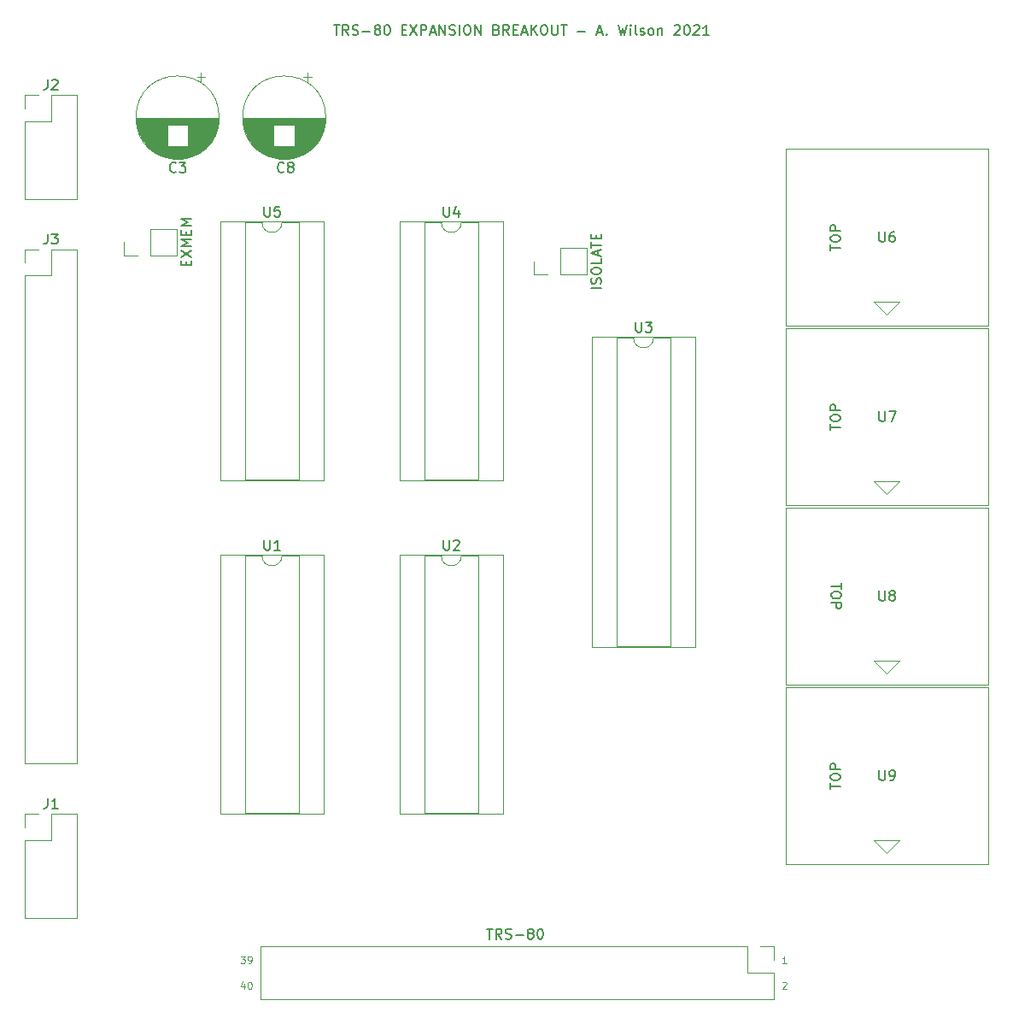
<source format=gbr>
%TF.GenerationSoftware,KiCad,Pcbnew,(5.1.9)-1*%
%TF.CreationDate,2021-06-06T15:03:33-04:00*%
%TF.ProjectId,main,6d61696e-2e6b-4696-9361-645f70636258,rev?*%
%TF.SameCoordinates,Original*%
%TF.FileFunction,Legend,Top*%
%TF.FilePolarity,Positive*%
%FSLAX46Y46*%
G04 Gerber Fmt 4.6, Leading zero omitted, Abs format (unit mm)*
G04 Created by KiCad (PCBNEW (5.1.9)-1) date 2021-06-06 15:03:33*
%MOMM*%
%LPD*%
G01*
G04 APERTURE LIST*
%ADD10C,0.200000*%
%ADD11C,0.100000*%
%ADD12C,0.120000*%
%ADD13C,0.150000*%
G04 APERTURE END LIST*
D10*
X51842142Y-22312380D02*
X52413571Y-22312380D01*
X52127857Y-23312380D02*
X52127857Y-22312380D01*
X53318333Y-23312380D02*
X52985000Y-22836190D01*
X52746904Y-23312380D02*
X52746904Y-22312380D01*
X53127857Y-22312380D01*
X53223095Y-22360000D01*
X53270714Y-22407619D01*
X53318333Y-22502857D01*
X53318333Y-22645714D01*
X53270714Y-22740952D01*
X53223095Y-22788571D01*
X53127857Y-22836190D01*
X52746904Y-22836190D01*
X53699285Y-23264761D02*
X53842142Y-23312380D01*
X54080238Y-23312380D01*
X54175476Y-23264761D01*
X54223095Y-23217142D01*
X54270714Y-23121904D01*
X54270714Y-23026666D01*
X54223095Y-22931428D01*
X54175476Y-22883809D01*
X54080238Y-22836190D01*
X53889761Y-22788571D01*
X53794523Y-22740952D01*
X53746904Y-22693333D01*
X53699285Y-22598095D01*
X53699285Y-22502857D01*
X53746904Y-22407619D01*
X53794523Y-22360000D01*
X53889761Y-22312380D01*
X54127857Y-22312380D01*
X54270714Y-22360000D01*
X54699285Y-22931428D02*
X55461190Y-22931428D01*
X56080238Y-22740952D02*
X55985000Y-22693333D01*
X55937380Y-22645714D01*
X55889761Y-22550476D01*
X55889761Y-22502857D01*
X55937380Y-22407619D01*
X55985000Y-22360000D01*
X56080238Y-22312380D01*
X56270714Y-22312380D01*
X56365952Y-22360000D01*
X56413571Y-22407619D01*
X56461190Y-22502857D01*
X56461190Y-22550476D01*
X56413571Y-22645714D01*
X56365952Y-22693333D01*
X56270714Y-22740952D01*
X56080238Y-22740952D01*
X55985000Y-22788571D01*
X55937380Y-22836190D01*
X55889761Y-22931428D01*
X55889761Y-23121904D01*
X55937380Y-23217142D01*
X55985000Y-23264761D01*
X56080238Y-23312380D01*
X56270714Y-23312380D01*
X56365952Y-23264761D01*
X56413571Y-23217142D01*
X56461190Y-23121904D01*
X56461190Y-22931428D01*
X56413571Y-22836190D01*
X56365952Y-22788571D01*
X56270714Y-22740952D01*
X57080238Y-22312380D02*
X57175476Y-22312380D01*
X57270714Y-22360000D01*
X57318333Y-22407619D01*
X57365952Y-22502857D01*
X57413571Y-22693333D01*
X57413571Y-22931428D01*
X57365952Y-23121904D01*
X57318333Y-23217142D01*
X57270714Y-23264761D01*
X57175476Y-23312380D01*
X57080238Y-23312380D01*
X56985000Y-23264761D01*
X56937380Y-23217142D01*
X56889761Y-23121904D01*
X56842142Y-22931428D01*
X56842142Y-22693333D01*
X56889761Y-22502857D01*
X56937380Y-22407619D01*
X56985000Y-22360000D01*
X57080238Y-22312380D01*
X58604047Y-22788571D02*
X58937380Y-22788571D01*
X59080238Y-23312380D02*
X58604047Y-23312380D01*
X58604047Y-22312380D01*
X59080238Y-22312380D01*
X59413571Y-22312380D02*
X60080238Y-23312380D01*
X60080238Y-22312380D02*
X59413571Y-23312380D01*
X60461190Y-23312380D02*
X60461190Y-22312380D01*
X60842142Y-22312380D01*
X60937380Y-22360000D01*
X60985000Y-22407619D01*
X61032619Y-22502857D01*
X61032619Y-22645714D01*
X60985000Y-22740952D01*
X60937380Y-22788571D01*
X60842142Y-22836190D01*
X60461190Y-22836190D01*
X61413571Y-23026666D02*
X61889761Y-23026666D01*
X61318333Y-23312380D02*
X61651666Y-22312380D01*
X61985000Y-23312380D01*
X62318333Y-23312380D02*
X62318333Y-22312380D01*
X62889761Y-23312380D01*
X62889761Y-22312380D01*
X63318333Y-23264761D02*
X63461190Y-23312380D01*
X63699285Y-23312380D01*
X63794523Y-23264761D01*
X63842142Y-23217142D01*
X63889761Y-23121904D01*
X63889761Y-23026666D01*
X63842142Y-22931428D01*
X63794523Y-22883809D01*
X63699285Y-22836190D01*
X63508809Y-22788571D01*
X63413571Y-22740952D01*
X63365952Y-22693333D01*
X63318333Y-22598095D01*
X63318333Y-22502857D01*
X63365952Y-22407619D01*
X63413571Y-22360000D01*
X63508809Y-22312380D01*
X63746904Y-22312380D01*
X63889761Y-22360000D01*
X64318333Y-23312380D02*
X64318333Y-22312380D01*
X64985000Y-22312380D02*
X65175476Y-22312380D01*
X65270714Y-22360000D01*
X65365952Y-22455238D01*
X65413571Y-22645714D01*
X65413571Y-22979047D01*
X65365952Y-23169523D01*
X65270714Y-23264761D01*
X65175476Y-23312380D01*
X64985000Y-23312380D01*
X64889761Y-23264761D01*
X64794523Y-23169523D01*
X64746904Y-22979047D01*
X64746904Y-22645714D01*
X64794523Y-22455238D01*
X64889761Y-22360000D01*
X64985000Y-22312380D01*
X65842142Y-23312380D02*
X65842142Y-22312380D01*
X66413571Y-23312380D01*
X66413571Y-22312380D01*
X67985000Y-22788571D02*
X68127857Y-22836190D01*
X68175476Y-22883809D01*
X68223095Y-22979047D01*
X68223095Y-23121904D01*
X68175476Y-23217142D01*
X68127857Y-23264761D01*
X68032619Y-23312380D01*
X67651666Y-23312380D01*
X67651666Y-22312380D01*
X67985000Y-22312380D01*
X68080238Y-22360000D01*
X68127857Y-22407619D01*
X68175476Y-22502857D01*
X68175476Y-22598095D01*
X68127857Y-22693333D01*
X68080238Y-22740952D01*
X67985000Y-22788571D01*
X67651666Y-22788571D01*
X69223095Y-23312380D02*
X68889761Y-22836190D01*
X68651666Y-23312380D02*
X68651666Y-22312380D01*
X69032619Y-22312380D01*
X69127857Y-22360000D01*
X69175476Y-22407619D01*
X69223095Y-22502857D01*
X69223095Y-22645714D01*
X69175476Y-22740952D01*
X69127857Y-22788571D01*
X69032619Y-22836190D01*
X68651666Y-22836190D01*
X69651666Y-22788571D02*
X69985000Y-22788571D01*
X70127857Y-23312380D02*
X69651666Y-23312380D01*
X69651666Y-22312380D01*
X70127857Y-22312380D01*
X70508809Y-23026666D02*
X70985000Y-23026666D01*
X70413571Y-23312380D02*
X70746904Y-22312380D01*
X71080238Y-23312380D01*
X71413571Y-23312380D02*
X71413571Y-22312380D01*
X71985000Y-23312380D02*
X71556428Y-22740952D01*
X71985000Y-22312380D02*
X71413571Y-22883809D01*
X72604047Y-22312380D02*
X72794523Y-22312380D01*
X72889761Y-22360000D01*
X72985000Y-22455238D01*
X73032619Y-22645714D01*
X73032619Y-22979047D01*
X72985000Y-23169523D01*
X72889761Y-23264761D01*
X72794523Y-23312380D01*
X72604047Y-23312380D01*
X72508809Y-23264761D01*
X72413571Y-23169523D01*
X72365952Y-22979047D01*
X72365952Y-22645714D01*
X72413571Y-22455238D01*
X72508809Y-22360000D01*
X72604047Y-22312380D01*
X73461190Y-22312380D02*
X73461190Y-23121904D01*
X73508809Y-23217142D01*
X73556428Y-23264761D01*
X73651666Y-23312380D01*
X73842142Y-23312380D01*
X73937380Y-23264761D01*
X73985000Y-23217142D01*
X74032619Y-23121904D01*
X74032619Y-22312380D01*
X74365952Y-22312380D02*
X74937380Y-22312380D01*
X74651666Y-23312380D02*
X74651666Y-22312380D01*
X76032619Y-22931428D02*
X76794523Y-22931428D01*
X77985000Y-23026666D02*
X78461190Y-23026666D01*
X77889761Y-23312380D02*
X78223095Y-22312380D01*
X78556428Y-23312380D01*
X78889761Y-23217142D02*
X78937380Y-23264761D01*
X78889761Y-23312380D01*
X78842142Y-23264761D01*
X78889761Y-23217142D01*
X78889761Y-23312380D01*
X80032619Y-22312380D02*
X80270714Y-23312380D01*
X80461190Y-22598095D01*
X80651666Y-23312380D01*
X80889761Y-22312380D01*
X81270714Y-23312380D02*
X81270714Y-22645714D01*
X81270714Y-22312380D02*
X81223095Y-22360000D01*
X81270714Y-22407619D01*
X81318333Y-22360000D01*
X81270714Y-22312380D01*
X81270714Y-22407619D01*
X81889761Y-23312380D02*
X81794523Y-23264761D01*
X81746904Y-23169523D01*
X81746904Y-22312380D01*
X82223095Y-23264761D02*
X82318333Y-23312380D01*
X82508809Y-23312380D01*
X82604047Y-23264761D01*
X82651666Y-23169523D01*
X82651666Y-23121904D01*
X82604047Y-23026666D01*
X82508809Y-22979047D01*
X82365952Y-22979047D01*
X82270714Y-22931428D01*
X82223095Y-22836190D01*
X82223095Y-22788571D01*
X82270714Y-22693333D01*
X82365952Y-22645714D01*
X82508809Y-22645714D01*
X82604047Y-22693333D01*
X83223095Y-23312380D02*
X83127857Y-23264761D01*
X83080238Y-23217142D01*
X83032619Y-23121904D01*
X83032619Y-22836190D01*
X83080238Y-22740952D01*
X83127857Y-22693333D01*
X83223095Y-22645714D01*
X83365952Y-22645714D01*
X83461190Y-22693333D01*
X83508809Y-22740952D01*
X83556428Y-22836190D01*
X83556428Y-23121904D01*
X83508809Y-23217142D01*
X83461190Y-23264761D01*
X83365952Y-23312380D01*
X83223095Y-23312380D01*
X83985000Y-22645714D02*
X83985000Y-23312380D01*
X83985000Y-22740952D02*
X84032619Y-22693333D01*
X84127857Y-22645714D01*
X84270714Y-22645714D01*
X84365952Y-22693333D01*
X84413571Y-22788571D01*
X84413571Y-23312380D01*
X85604047Y-22407619D02*
X85651666Y-22360000D01*
X85746904Y-22312380D01*
X85985000Y-22312380D01*
X86080238Y-22360000D01*
X86127857Y-22407619D01*
X86175476Y-22502857D01*
X86175476Y-22598095D01*
X86127857Y-22740952D01*
X85556428Y-23312380D01*
X86175476Y-23312380D01*
X86794523Y-22312380D02*
X86889761Y-22312380D01*
X86985000Y-22360000D01*
X87032619Y-22407619D01*
X87080238Y-22502857D01*
X87127857Y-22693333D01*
X87127857Y-22931428D01*
X87080238Y-23121904D01*
X87032619Y-23217142D01*
X86985000Y-23264761D01*
X86889761Y-23312380D01*
X86794523Y-23312380D01*
X86699285Y-23264761D01*
X86651666Y-23217142D01*
X86604047Y-23121904D01*
X86556428Y-22931428D01*
X86556428Y-22693333D01*
X86604047Y-22502857D01*
X86651666Y-22407619D01*
X86699285Y-22360000D01*
X86794523Y-22312380D01*
X87508809Y-22407619D02*
X87556428Y-22360000D01*
X87651666Y-22312380D01*
X87889761Y-22312380D01*
X87985000Y-22360000D01*
X88032619Y-22407619D01*
X88080238Y-22502857D01*
X88080238Y-22598095D01*
X88032619Y-22740952D01*
X87461190Y-23312380D01*
X88080238Y-23312380D01*
X89032619Y-23312380D02*
X88461190Y-23312380D01*
X88746904Y-23312380D02*
X88746904Y-22312380D01*
X88651666Y-22455238D01*
X88556428Y-22550476D01*
X88461190Y-22598095D01*
D11*
X42980000Y-117325000D02*
X42980000Y-117791666D01*
X42813333Y-117058333D02*
X42646666Y-117558333D01*
X43080000Y-117558333D01*
X43480000Y-117091666D02*
X43546666Y-117091666D01*
X43613333Y-117125000D01*
X43646666Y-117158333D01*
X43680000Y-117225000D01*
X43713333Y-117358333D01*
X43713333Y-117525000D01*
X43680000Y-117658333D01*
X43646666Y-117725000D01*
X43613333Y-117758333D01*
X43546666Y-117791666D01*
X43480000Y-117791666D01*
X43413333Y-117758333D01*
X43380000Y-117725000D01*
X43346666Y-117658333D01*
X43313333Y-117525000D01*
X43313333Y-117358333D01*
X43346666Y-117225000D01*
X43380000Y-117158333D01*
X43413333Y-117125000D01*
X43480000Y-117091666D01*
X42613333Y-114551666D02*
X43046666Y-114551666D01*
X42813333Y-114818333D01*
X42913333Y-114818333D01*
X42980000Y-114851666D01*
X43013333Y-114885000D01*
X43046666Y-114951666D01*
X43046666Y-115118333D01*
X43013333Y-115185000D01*
X42980000Y-115218333D01*
X42913333Y-115251666D01*
X42713333Y-115251666D01*
X42646666Y-115218333D01*
X42613333Y-115185000D01*
X43380000Y-115251666D02*
X43513333Y-115251666D01*
X43580000Y-115218333D01*
X43613333Y-115185000D01*
X43680000Y-115085000D01*
X43713333Y-114951666D01*
X43713333Y-114685000D01*
X43680000Y-114618333D01*
X43646666Y-114585000D01*
X43580000Y-114551666D01*
X43446666Y-114551666D01*
X43380000Y-114585000D01*
X43346666Y-114618333D01*
X43313333Y-114685000D01*
X43313333Y-114851666D01*
X43346666Y-114918333D01*
X43380000Y-114951666D01*
X43446666Y-114985000D01*
X43580000Y-114985000D01*
X43646666Y-114951666D01*
X43680000Y-114918333D01*
X43713333Y-114851666D01*
X96320000Y-117158333D02*
X96353333Y-117125000D01*
X96420000Y-117091666D01*
X96586666Y-117091666D01*
X96653333Y-117125000D01*
X96686666Y-117158333D01*
X96720000Y-117225000D01*
X96720000Y-117291666D01*
X96686666Y-117391666D01*
X96286666Y-117791666D01*
X96720000Y-117791666D01*
X96720000Y-115251666D02*
X96320000Y-115251666D01*
X96520000Y-115251666D02*
X96520000Y-114551666D01*
X96453333Y-114651666D01*
X96386666Y-114718333D01*
X96320000Y-114751666D01*
D12*
%TO.C,JP2*%
X31055000Y-45145000D02*
X31055000Y-43815000D01*
X32385000Y-45145000D02*
X31055000Y-45145000D01*
X33655000Y-45145000D02*
X33655000Y-42485000D01*
X33655000Y-42485000D02*
X36255000Y-42485000D01*
X33655000Y-45145000D02*
X36255000Y-45145000D01*
X36255000Y-45145000D02*
X36255000Y-42485000D01*
%TO.C,JP1*%
X71695000Y-47050000D02*
X71695000Y-45720000D01*
X73025000Y-47050000D02*
X71695000Y-47050000D01*
X74295000Y-47050000D02*
X74295000Y-44390000D01*
X74295000Y-44390000D02*
X76895000Y-44390000D01*
X74295000Y-47050000D02*
X76895000Y-47050000D01*
X76895000Y-47050000D02*
X76895000Y-44390000D01*
%TO.C,U9*%
X107950000Y-103030000D02*
X106680000Y-104300000D01*
X105410000Y-103030000D02*
X107950000Y-103030000D01*
X106680000Y-104300000D02*
X105410000Y-103030000D01*
X116730000Y-87930000D02*
X116730000Y-105430000D01*
X96630000Y-105430000D02*
X96630000Y-87930000D01*
X116730000Y-105430000D02*
X96630000Y-105430000D01*
X116730000Y-87930000D02*
X96630000Y-87930000D01*
%TO.C,U8*%
X107950000Y-85250000D02*
X106680000Y-86520000D01*
X105410000Y-85250000D02*
X107950000Y-85250000D01*
X106680000Y-86520000D02*
X105410000Y-85250000D01*
X116730000Y-70150000D02*
X116730000Y-87650000D01*
X96630000Y-87650000D02*
X96630000Y-70150000D01*
X116730000Y-87650000D02*
X96630000Y-87650000D01*
X116730000Y-70150000D02*
X96630000Y-70150000D01*
%TO.C,U7*%
X107950000Y-67470000D02*
X106680000Y-68740000D01*
X105410000Y-67470000D02*
X107950000Y-67470000D01*
X106680000Y-68740000D02*
X105410000Y-67470000D01*
X116730000Y-52370000D02*
X116730000Y-69870000D01*
X96630000Y-69870000D02*
X96630000Y-52370000D01*
X116730000Y-69870000D02*
X96630000Y-69870000D01*
X116730000Y-52370000D02*
X96630000Y-52370000D01*
%TO.C,U6*%
X107950000Y-49690000D02*
X106680000Y-50960000D01*
X105410000Y-49690000D02*
X107950000Y-49690000D01*
X106680000Y-50960000D02*
X105410000Y-49690000D01*
X116730000Y-34590000D02*
X116730000Y-52090000D01*
X96630000Y-52090000D02*
X96630000Y-34590000D01*
X116730000Y-52090000D02*
X96630000Y-52090000D01*
X116730000Y-34590000D02*
X96630000Y-34590000D01*
%TO.C,U3*%
X81550000Y-53280000D02*
X79900000Y-53280000D01*
X79900000Y-53280000D02*
X79900000Y-83880000D01*
X79900000Y-83880000D02*
X85200000Y-83880000D01*
X85200000Y-83880000D02*
X85200000Y-53280000D01*
X85200000Y-53280000D02*
X83550000Y-53280000D01*
X77410000Y-53220000D02*
X77410000Y-83940000D01*
X77410000Y-83940000D02*
X87690000Y-83940000D01*
X87690000Y-83940000D02*
X87690000Y-53220000D01*
X87690000Y-53220000D02*
X77410000Y-53220000D01*
X83550000Y-53280000D02*
G75*
G02*
X81550000Y-53280000I-1000000J0D01*
G01*
%TO.C,U5*%
X50860000Y-41790000D02*
X40580000Y-41790000D01*
X50860000Y-67430000D02*
X50860000Y-41790000D01*
X40580000Y-67430000D02*
X50860000Y-67430000D01*
X40580000Y-41790000D02*
X40580000Y-67430000D01*
X48370000Y-41850000D02*
X46720000Y-41850000D01*
X48370000Y-67370000D02*
X48370000Y-41850000D01*
X43070000Y-67370000D02*
X48370000Y-67370000D01*
X43070000Y-41850000D02*
X43070000Y-67370000D01*
X44720000Y-41850000D02*
X43070000Y-41850000D01*
X46720000Y-41850000D02*
G75*
G02*
X44720000Y-41850000I-1000000J0D01*
G01*
%TO.C,U4*%
X68640000Y-41790000D02*
X58360000Y-41790000D01*
X68640000Y-67430000D02*
X68640000Y-41790000D01*
X58360000Y-67430000D02*
X68640000Y-67430000D01*
X58360000Y-41790000D02*
X58360000Y-67430000D01*
X66150000Y-41850000D02*
X64500000Y-41850000D01*
X66150000Y-67370000D02*
X66150000Y-41850000D01*
X60850000Y-67370000D02*
X66150000Y-67370000D01*
X60850000Y-41850000D02*
X60850000Y-67370000D01*
X62500000Y-41850000D02*
X60850000Y-41850000D01*
X64500000Y-41850000D02*
G75*
G02*
X62500000Y-41850000I-1000000J0D01*
G01*
%TO.C,U2*%
X68640000Y-74810000D02*
X58360000Y-74810000D01*
X68640000Y-100450000D02*
X68640000Y-74810000D01*
X58360000Y-100450000D02*
X68640000Y-100450000D01*
X58360000Y-74810000D02*
X58360000Y-100450000D01*
X66150000Y-74870000D02*
X64500000Y-74870000D01*
X66150000Y-100390000D02*
X66150000Y-74870000D01*
X60850000Y-100390000D02*
X66150000Y-100390000D01*
X60850000Y-74870000D02*
X60850000Y-100390000D01*
X62500000Y-74870000D02*
X60850000Y-74870000D01*
X64500000Y-74870000D02*
G75*
G02*
X62500000Y-74870000I-1000000J0D01*
G01*
%TO.C,U1*%
X50860000Y-74810000D02*
X40580000Y-74810000D01*
X50860000Y-100450000D02*
X50860000Y-74810000D01*
X40580000Y-100450000D02*
X50860000Y-100450000D01*
X40580000Y-74810000D02*
X40580000Y-100450000D01*
X48370000Y-74870000D02*
X46720000Y-74870000D01*
X48370000Y-100390000D02*
X48370000Y-74870000D01*
X43070000Y-100390000D02*
X48370000Y-100390000D01*
X43070000Y-74870000D02*
X43070000Y-100390000D01*
X44720000Y-74870000D02*
X43070000Y-74870000D01*
X46720000Y-74870000D02*
G75*
G02*
X44720000Y-74870000I-1000000J0D01*
G01*
%TO.C,C3*%
X40480000Y-31480000D02*
G75*
G03*
X40480000Y-31480000I-4120000J0D01*
G01*
X40440000Y-31480000D02*
X32280000Y-31480000D01*
X40440000Y-31520000D02*
X32280000Y-31520000D01*
X40440000Y-31560000D02*
X32280000Y-31560000D01*
X40439000Y-31600000D02*
X32281000Y-31600000D01*
X40437000Y-31640000D02*
X32283000Y-31640000D01*
X40436000Y-31680000D02*
X32284000Y-31680000D01*
X40434000Y-31720000D02*
X32286000Y-31720000D01*
X40431000Y-31760000D02*
X32289000Y-31760000D01*
X40428000Y-31800000D02*
X32292000Y-31800000D01*
X40425000Y-31840000D02*
X32295000Y-31840000D01*
X40421000Y-31880000D02*
X32299000Y-31880000D01*
X40417000Y-31920000D02*
X32303000Y-31920000D01*
X40412000Y-31960000D02*
X32308000Y-31960000D01*
X40408000Y-32000000D02*
X32312000Y-32000000D01*
X40402000Y-32040000D02*
X32318000Y-32040000D01*
X40397000Y-32080000D02*
X32323000Y-32080000D01*
X40390000Y-32120000D02*
X32330000Y-32120000D01*
X40384000Y-32160000D02*
X32336000Y-32160000D01*
X40377000Y-32201000D02*
X37400000Y-32201000D01*
X35320000Y-32201000D02*
X32343000Y-32201000D01*
X40370000Y-32241000D02*
X37400000Y-32241000D01*
X35320000Y-32241000D02*
X32350000Y-32241000D01*
X40362000Y-32281000D02*
X37400000Y-32281000D01*
X35320000Y-32281000D02*
X32358000Y-32281000D01*
X40354000Y-32321000D02*
X37400000Y-32321000D01*
X35320000Y-32321000D02*
X32366000Y-32321000D01*
X40345000Y-32361000D02*
X37400000Y-32361000D01*
X35320000Y-32361000D02*
X32375000Y-32361000D01*
X40336000Y-32401000D02*
X37400000Y-32401000D01*
X35320000Y-32401000D02*
X32384000Y-32401000D01*
X40327000Y-32441000D02*
X37400000Y-32441000D01*
X35320000Y-32441000D02*
X32393000Y-32441000D01*
X40317000Y-32481000D02*
X37400000Y-32481000D01*
X35320000Y-32481000D02*
X32403000Y-32481000D01*
X40307000Y-32521000D02*
X37400000Y-32521000D01*
X35320000Y-32521000D02*
X32413000Y-32521000D01*
X40296000Y-32561000D02*
X37400000Y-32561000D01*
X35320000Y-32561000D02*
X32424000Y-32561000D01*
X40285000Y-32601000D02*
X37400000Y-32601000D01*
X35320000Y-32601000D02*
X32435000Y-32601000D01*
X40274000Y-32641000D02*
X37400000Y-32641000D01*
X35320000Y-32641000D02*
X32446000Y-32641000D01*
X40262000Y-32681000D02*
X37400000Y-32681000D01*
X35320000Y-32681000D02*
X32458000Y-32681000D01*
X40249000Y-32721000D02*
X37400000Y-32721000D01*
X35320000Y-32721000D02*
X32471000Y-32721000D01*
X40237000Y-32761000D02*
X37400000Y-32761000D01*
X35320000Y-32761000D02*
X32483000Y-32761000D01*
X40223000Y-32801000D02*
X37400000Y-32801000D01*
X35320000Y-32801000D02*
X32497000Y-32801000D01*
X40210000Y-32841000D02*
X37400000Y-32841000D01*
X35320000Y-32841000D02*
X32510000Y-32841000D01*
X40195000Y-32881000D02*
X37400000Y-32881000D01*
X35320000Y-32881000D02*
X32525000Y-32881000D01*
X40181000Y-32921000D02*
X37400000Y-32921000D01*
X35320000Y-32921000D02*
X32539000Y-32921000D01*
X40165000Y-32961000D02*
X37400000Y-32961000D01*
X35320000Y-32961000D02*
X32555000Y-32961000D01*
X40150000Y-33001000D02*
X37400000Y-33001000D01*
X35320000Y-33001000D02*
X32570000Y-33001000D01*
X40134000Y-33041000D02*
X37400000Y-33041000D01*
X35320000Y-33041000D02*
X32586000Y-33041000D01*
X40117000Y-33081000D02*
X37400000Y-33081000D01*
X35320000Y-33081000D02*
X32603000Y-33081000D01*
X40100000Y-33121000D02*
X37400000Y-33121000D01*
X35320000Y-33121000D02*
X32620000Y-33121000D01*
X40082000Y-33161000D02*
X37400000Y-33161000D01*
X35320000Y-33161000D02*
X32638000Y-33161000D01*
X40064000Y-33201000D02*
X37400000Y-33201000D01*
X35320000Y-33201000D02*
X32656000Y-33201000D01*
X40046000Y-33241000D02*
X37400000Y-33241000D01*
X35320000Y-33241000D02*
X32674000Y-33241000D01*
X40026000Y-33281000D02*
X37400000Y-33281000D01*
X35320000Y-33281000D02*
X32694000Y-33281000D01*
X40007000Y-33321000D02*
X37400000Y-33321000D01*
X35320000Y-33321000D02*
X32713000Y-33321000D01*
X39987000Y-33361000D02*
X37400000Y-33361000D01*
X35320000Y-33361000D02*
X32733000Y-33361000D01*
X39966000Y-33401000D02*
X37400000Y-33401000D01*
X35320000Y-33401000D02*
X32754000Y-33401000D01*
X39944000Y-33441000D02*
X37400000Y-33441000D01*
X35320000Y-33441000D02*
X32776000Y-33441000D01*
X39922000Y-33481000D02*
X37400000Y-33481000D01*
X35320000Y-33481000D02*
X32798000Y-33481000D01*
X39900000Y-33521000D02*
X37400000Y-33521000D01*
X35320000Y-33521000D02*
X32820000Y-33521000D01*
X39877000Y-33561000D02*
X37400000Y-33561000D01*
X35320000Y-33561000D02*
X32843000Y-33561000D01*
X39853000Y-33601000D02*
X37400000Y-33601000D01*
X35320000Y-33601000D02*
X32867000Y-33601000D01*
X39829000Y-33641000D02*
X37400000Y-33641000D01*
X35320000Y-33641000D02*
X32891000Y-33641000D01*
X39804000Y-33681000D02*
X37400000Y-33681000D01*
X35320000Y-33681000D02*
X32916000Y-33681000D01*
X39778000Y-33721000D02*
X37400000Y-33721000D01*
X35320000Y-33721000D02*
X32942000Y-33721000D01*
X39752000Y-33761000D02*
X37400000Y-33761000D01*
X35320000Y-33761000D02*
X32968000Y-33761000D01*
X39725000Y-33801000D02*
X37400000Y-33801000D01*
X35320000Y-33801000D02*
X32995000Y-33801000D01*
X39698000Y-33841000D02*
X37400000Y-33841000D01*
X35320000Y-33841000D02*
X33022000Y-33841000D01*
X39669000Y-33881000D02*
X37400000Y-33881000D01*
X35320000Y-33881000D02*
X33051000Y-33881000D01*
X39640000Y-33921000D02*
X37400000Y-33921000D01*
X35320000Y-33921000D02*
X33080000Y-33921000D01*
X39610000Y-33961000D02*
X37400000Y-33961000D01*
X35320000Y-33961000D02*
X33110000Y-33961000D01*
X39580000Y-34001000D02*
X37400000Y-34001000D01*
X35320000Y-34001000D02*
X33140000Y-34001000D01*
X39549000Y-34041000D02*
X37400000Y-34041000D01*
X35320000Y-34041000D02*
X33171000Y-34041000D01*
X39516000Y-34081000D02*
X37400000Y-34081000D01*
X35320000Y-34081000D02*
X33204000Y-34081000D01*
X39484000Y-34121000D02*
X37400000Y-34121000D01*
X35320000Y-34121000D02*
X33236000Y-34121000D01*
X39450000Y-34161000D02*
X37400000Y-34161000D01*
X35320000Y-34161000D02*
X33270000Y-34161000D01*
X39415000Y-34201000D02*
X37400000Y-34201000D01*
X35320000Y-34201000D02*
X33305000Y-34201000D01*
X39379000Y-34241000D02*
X37400000Y-34241000D01*
X35320000Y-34241000D02*
X33341000Y-34241000D01*
X39343000Y-34281000D02*
X33377000Y-34281000D01*
X39305000Y-34321000D02*
X33415000Y-34321000D01*
X39267000Y-34361000D02*
X33453000Y-34361000D01*
X39227000Y-34401000D02*
X33493000Y-34401000D01*
X39186000Y-34441000D02*
X33534000Y-34441000D01*
X39144000Y-34481000D02*
X33576000Y-34481000D01*
X39101000Y-34521000D02*
X33619000Y-34521000D01*
X39057000Y-34561000D02*
X33663000Y-34561000D01*
X39011000Y-34601000D02*
X33709000Y-34601000D01*
X38964000Y-34641000D02*
X33756000Y-34641000D01*
X38916000Y-34681000D02*
X33804000Y-34681000D01*
X38865000Y-34721000D02*
X33855000Y-34721000D01*
X38814000Y-34761000D02*
X33906000Y-34761000D01*
X38760000Y-34801000D02*
X33960000Y-34801000D01*
X38705000Y-34841000D02*
X34015000Y-34841000D01*
X38647000Y-34881000D02*
X34073000Y-34881000D01*
X38588000Y-34921000D02*
X34132000Y-34921000D01*
X38526000Y-34961000D02*
X34194000Y-34961000D01*
X38462000Y-35001000D02*
X34258000Y-35001000D01*
X38394000Y-35041000D02*
X34326000Y-35041000D01*
X38324000Y-35081000D02*
X34396000Y-35081000D01*
X38250000Y-35121000D02*
X34470000Y-35121000D01*
X38173000Y-35161000D02*
X34547000Y-35161000D01*
X38091000Y-35201000D02*
X34629000Y-35201000D01*
X38005000Y-35241000D02*
X34715000Y-35241000D01*
X37912000Y-35281000D02*
X34808000Y-35281000D01*
X37813000Y-35321000D02*
X34907000Y-35321000D01*
X37706000Y-35361000D02*
X35014000Y-35361000D01*
X37589000Y-35401000D02*
X35131000Y-35401000D01*
X37458000Y-35441000D02*
X35262000Y-35441000D01*
X37308000Y-35481000D02*
X35412000Y-35481000D01*
X37128000Y-35521000D02*
X35592000Y-35521000D01*
X36893000Y-35561000D02*
X35827000Y-35561000D01*
X38675000Y-27070302D02*
X38675000Y-27870302D01*
X39075000Y-27470302D02*
X38275000Y-27470302D01*
%TO.C,C8*%
X51050000Y-31480000D02*
G75*
G03*
X51050000Y-31480000I-4120000J0D01*
G01*
X51010000Y-31480000D02*
X42850000Y-31480000D01*
X51010000Y-31520000D02*
X42850000Y-31520000D01*
X51010000Y-31560000D02*
X42850000Y-31560000D01*
X51009000Y-31600000D02*
X42851000Y-31600000D01*
X51007000Y-31640000D02*
X42853000Y-31640000D01*
X51006000Y-31680000D02*
X42854000Y-31680000D01*
X51004000Y-31720000D02*
X42856000Y-31720000D01*
X51001000Y-31760000D02*
X42859000Y-31760000D01*
X50998000Y-31800000D02*
X42862000Y-31800000D01*
X50995000Y-31840000D02*
X42865000Y-31840000D01*
X50991000Y-31880000D02*
X42869000Y-31880000D01*
X50987000Y-31920000D02*
X42873000Y-31920000D01*
X50982000Y-31960000D02*
X42878000Y-31960000D01*
X50978000Y-32000000D02*
X42882000Y-32000000D01*
X50972000Y-32040000D02*
X42888000Y-32040000D01*
X50967000Y-32080000D02*
X42893000Y-32080000D01*
X50960000Y-32120000D02*
X42900000Y-32120000D01*
X50954000Y-32160000D02*
X42906000Y-32160000D01*
X50947000Y-32201000D02*
X47970000Y-32201000D01*
X45890000Y-32201000D02*
X42913000Y-32201000D01*
X50940000Y-32241000D02*
X47970000Y-32241000D01*
X45890000Y-32241000D02*
X42920000Y-32241000D01*
X50932000Y-32281000D02*
X47970000Y-32281000D01*
X45890000Y-32281000D02*
X42928000Y-32281000D01*
X50924000Y-32321000D02*
X47970000Y-32321000D01*
X45890000Y-32321000D02*
X42936000Y-32321000D01*
X50915000Y-32361000D02*
X47970000Y-32361000D01*
X45890000Y-32361000D02*
X42945000Y-32361000D01*
X50906000Y-32401000D02*
X47970000Y-32401000D01*
X45890000Y-32401000D02*
X42954000Y-32401000D01*
X50897000Y-32441000D02*
X47970000Y-32441000D01*
X45890000Y-32441000D02*
X42963000Y-32441000D01*
X50887000Y-32481000D02*
X47970000Y-32481000D01*
X45890000Y-32481000D02*
X42973000Y-32481000D01*
X50877000Y-32521000D02*
X47970000Y-32521000D01*
X45890000Y-32521000D02*
X42983000Y-32521000D01*
X50866000Y-32561000D02*
X47970000Y-32561000D01*
X45890000Y-32561000D02*
X42994000Y-32561000D01*
X50855000Y-32601000D02*
X47970000Y-32601000D01*
X45890000Y-32601000D02*
X43005000Y-32601000D01*
X50844000Y-32641000D02*
X47970000Y-32641000D01*
X45890000Y-32641000D02*
X43016000Y-32641000D01*
X50832000Y-32681000D02*
X47970000Y-32681000D01*
X45890000Y-32681000D02*
X43028000Y-32681000D01*
X50819000Y-32721000D02*
X47970000Y-32721000D01*
X45890000Y-32721000D02*
X43041000Y-32721000D01*
X50807000Y-32761000D02*
X47970000Y-32761000D01*
X45890000Y-32761000D02*
X43053000Y-32761000D01*
X50793000Y-32801000D02*
X47970000Y-32801000D01*
X45890000Y-32801000D02*
X43067000Y-32801000D01*
X50780000Y-32841000D02*
X47970000Y-32841000D01*
X45890000Y-32841000D02*
X43080000Y-32841000D01*
X50765000Y-32881000D02*
X47970000Y-32881000D01*
X45890000Y-32881000D02*
X43095000Y-32881000D01*
X50751000Y-32921000D02*
X47970000Y-32921000D01*
X45890000Y-32921000D02*
X43109000Y-32921000D01*
X50735000Y-32961000D02*
X47970000Y-32961000D01*
X45890000Y-32961000D02*
X43125000Y-32961000D01*
X50720000Y-33001000D02*
X47970000Y-33001000D01*
X45890000Y-33001000D02*
X43140000Y-33001000D01*
X50704000Y-33041000D02*
X47970000Y-33041000D01*
X45890000Y-33041000D02*
X43156000Y-33041000D01*
X50687000Y-33081000D02*
X47970000Y-33081000D01*
X45890000Y-33081000D02*
X43173000Y-33081000D01*
X50670000Y-33121000D02*
X47970000Y-33121000D01*
X45890000Y-33121000D02*
X43190000Y-33121000D01*
X50652000Y-33161000D02*
X47970000Y-33161000D01*
X45890000Y-33161000D02*
X43208000Y-33161000D01*
X50634000Y-33201000D02*
X47970000Y-33201000D01*
X45890000Y-33201000D02*
X43226000Y-33201000D01*
X50616000Y-33241000D02*
X47970000Y-33241000D01*
X45890000Y-33241000D02*
X43244000Y-33241000D01*
X50596000Y-33281000D02*
X47970000Y-33281000D01*
X45890000Y-33281000D02*
X43264000Y-33281000D01*
X50577000Y-33321000D02*
X47970000Y-33321000D01*
X45890000Y-33321000D02*
X43283000Y-33321000D01*
X50557000Y-33361000D02*
X47970000Y-33361000D01*
X45890000Y-33361000D02*
X43303000Y-33361000D01*
X50536000Y-33401000D02*
X47970000Y-33401000D01*
X45890000Y-33401000D02*
X43324000Y-33401000D01*
X50514000Y-33441000D02*
X47970000Y-33441000D01*
X45890000Y-33441000D02*
X43346000Y-33441000D01*
X50492000Y-33481000D02*
X47970000Y-33481000D01*
X45890000Y-33481000D02*
X43368000Y-33481000D01*
X50470000Y-33521000D02*
X47970000Y-33521000D01*
X45890000Y-33521000D02*
X43390000Y-33521000D01*
X50447000Y-33561000D02*
X47970000Y-33561000D01*
X45890000Y-33561000D02*
X43413000Y-33561000D01*
X50423000Y-33601000D02*
X47970000Y-33601000D01*
X45890000Y-33601000D02*
X43437000Y-33601000D01*
X50399000Y-33641000D02*
X47970000Y-33641000D01*
X45890000Y-33641000D02*
X43461000Y-33641000D01*
X50374000Y-33681000D02*
X47970000Y-33681000D01*
X45890000Y-33681000D02*
X43486000Y-33681000D01*
X50348000Y-33721000D02*
X47970000Y-33721000D01*
X45890000Y-33721000D02*
X43512000Y-33721000D01*
X50322000Y-33761000D02*
X47970000Y-33761000D01*
X45890000Y-33761000D02*
X43538000Y-33761000D01*
X50295000Y-33801000D02*
X47970000Y-33801000D01*
X45890000Y-33801000D02*
X43565000Y-33801000D01*
X50268000Y-33841000D02*
X47970000Y-33841000D01*
X45890000Y-33841000D02*
X43592000Y-33841000D01*
X50239000Y-33881000D02*
X47970000Y-33881000D01*
X45890000Y-33881000D02*
X43621000Y-33881000D01*
X50210000Y-33921000D02*
X47970000Y-33921000D01*
X45890000Y-33921000D02*
X43650000Y-33921000D01*
X50180000Y-33961000D02*
X47970000Y-33961000D01*
X45890000Y-33961000D02*
X43680000Y-33961000D01*
X50150000Y-34001000D02*
X47970000Y-34001000D01*
X45890000Y-34001000D02*
X43710000Y-34001000D01*
X50119000Y-34041000D02*
X47970000Y-34041000D01*
X45890000Y-34041000D02*
X43741000Y-34041000D01*
X50086000Y-34081000D02*
X47970000Y-34081000D01*
X45890000Y-34081000D02*
X43774000Y-34081000D01*
X50054000Y-34121000D02*
X47970000Y-34121000D01*
X45890000Y-34121000D02*
X43806000Y-34121000D01*
X50020000Y-34161000D02*
X47970000Y-34161000D01*
X45890000Y-34161000D02*
X43840000Y-34161000D01*
X49985000Y-34201000D02*
X47970000Y-34201000D01*
X45890000Y-34201000D02*
X43875000Y-34201000D01*
X49949000Y-34241000D02*
X47970000Y-34241000D01*
X45890000Y-34241000D02*
X43911000Y-34241000D01*
X49913000Y-34281000D02*
X43947000Y-34281000D01*
X49875000Y-34321000D02*
X43985000Y-34321000D01*
X49837000Y-34361000D02*
X44023000Y-34361000D01*
X49797000Y-34401000D02*
X44063000Y-34401000D01*
X49756000Y-34441000D02*
X44104000Y-34441000D01*
X49714000Y-34481000D02*
X44146000Y-34481000D01*
X49671000Y-34521000D02*
X44189000Y-34521000D01*
X49627000Y-34561000D02*
X44233000Y-34561000D01*
X49581000Y-34601000D02*
X44279000Y-34601000D01*
X49534000Y-34641000D02*
X44326000Y-34641000D01*
X49486000Y-34681000D02*
X44374000Y-34681000D01*
X49435000Y-34721000D02*
X44425000Y-34721000D01*
X49384000Y-34761000D02*
X44476000Y-34761000D01*
X49330000Y-34801000D02*
X44530000Y-34801000D01*
X49275000Y-34841000D02*
X44585000Y-34841000D01*
X49217000Y-34881000D02*
X44643000Y-34881000D01*
X49158000Y-34921000D02*
X44702000Y-34921000D01*
X49096000Y-34961000D02*
X44764000Y-34961000D01*
X49032000Y-35001000D02*
X44828000Y-35001000D01*
X48964000Y-35041000D02*
X44896000Y-35041000D01*
X48894000Y-35081000D02*
X44966000Y-35081000D01*
X48820000Y-35121000D02*
X45040000Y-35121000D01*
X48743000Y-35161000D02*
X45117000Y-35161000D01*
X48661000Y-35201000D02*
X45199000Y-35201000D01*
X48575000Y-35241000D02*
X45285000Y-35241000D01*
X48482000Y-35281000D02*
X45378000Y-35281000D01*
X48383000Y-35321000D02*
X45477000Y-35321000D01*
X48276000Y-35361000D02*
X45584000Y-35361000D01*
X48159000Y-35401000D02*
X45701000Y-35401000D01*
X48028000Y-35441000D02*
X45832000Y-35441000D01*
X47878000Y-35481000D02*
X45982000Y-35481000D01*
X47698000Y-35521000D02*
X46162000Y-35521000D01*
X47463000Y-35561000D02*
X46397000Y-35561000D01*
X49245000Y-27070302D02*
X49245000Y-27870302D01*
X49645000Y-27470302D02*
X48845000Y-27470302D01*
%TO.C,J2*%
X21210000Y-29270000D02*
X22540000Y-29270000D01*
X21210000Y-30600000D02*
X21210000Y-29270000D01*
X23810000Y-29270000D02*
X26410000Y-29270000D01*
X23810000Y-31870000D02*
X23810000Y-29270000D01*
X21210000Y-31870000D02*
X23810000Y-31870000D01*
X26410000Y-29270000D02*
X26410000Y-39550000D01*
X21210000Y-31870000D02*
X21210000Y-39550000D01*
X21210000Y-39550000D02*
X26410000Y-39550000D01*
%TO.C,J1*%
X21210000Y-110730000D02*
X26410000Y-110730000D01*
X21210000Y-103050000D02*
X21210000Y-110730000D01*
X26410000Y-100450000D02*
X26410000Y-110730000D01*
X21210000Y-103050000D02*
X23810000Y-103050000D01*
X23810000Y-103050000D02*
X23810000Y-100450000D01*
X23810000Y-100450000D02*
X26410000Y-100450000D01*
X21210000Y-101780000D02*
X21210000Y-100450000D01*
X21210000Y-100450000D02*
X22540000Y-100450000D01*
%TO.C,J4*%
X44540000Y-113590000D02*
X44540000Y-118790000D01*
X92860000Y-113590000D02*
X44540000Y-113590000D01*
X95460000Y-118790000D02*
X44540000Y-118790000D01*
X92860000Y-113590000D02*
X92860000Y-116190000D01*
X92860000Y-116190000D02*
X95460000Y-116190000D01*
X95460000Y-116190000D02*
X95460000Y-118790000D01*
X94130000Y-113590000D02*
X95460000Y-113590000D01*
X95460000Y-113590000D02*
X95460000Y-114920000D01*
%TO.C,J3*%
X21210000Y-44540000D02*
X22540000Y-44540000D01*
X21210000Y-45870000D02*
X21210000Y-44540000D01*
X23810000Y-44540000D02*
X26410000Y-44540000D01*
X23810000Y-47140000D02*
X23810000Y-44540000D01*
X21210000Y-47140000D02*
X23810000Y-47140000D01*
X26410000Y-44540000D02*
X26410000Y-95460000D01*
X21210000Y-47140000D02*
X21210000Y-95460000D01*
X21210000Y-95460000D02*
X26410000Y-95460000D01*
%TO.C,JP2*%
D13*
X37183571Y-46100714D02*
X37183571Y-45767380D01*
X37707380Y-45624523D02*
X37707380Y-46100714D01*
X36707380Y-46100714D01*
X36707380Y-45624523D01*
X36707380Y-45291190D02*
X37707380Y-44624523D01*
X36707380Y-44624523D02*
X37707380Y-45291190D01*
X37707380Y-44243571D02*
X36707380Y-44243571D01*
X37421666Y-43910238D01*
X36707380Y-43576904D01*
X37707380Y-43576904D01*
X37183571Y-43100714D02*
X37183571Y-42767380D01*
X37707380Y-42624523D02*
X37707380Y-43100714D01*
X36707380Y-43100714D01*
X36707380Y-42624523D01*
X37707380Y-42195952D02*
X36707380Y-42195952D01*
X37421666Y-41862619D01*
X36707380Y-41529285D01*
X37707380Y-41529285D01*
%TO.C,JP1*%
X78347380Y-48386666D02*
X77347380Y-48386666D01*
X78299761Y-47958095D02*
X78347380Y-47815238D01*
X78347380Y-47577142D01*
X78299761Y-47481904D01*
X78252142Y-47434285D01*
X78156904Y-47386666D01*
X78061666Y-47386666D01*
X77966428Y-47434285D01*
X77918809Y-47481904D01*
X77871190Y-47577142D01*
X77823571Y-47767619D01*
X77775952Y-47862857D01*
X77728333Y-47910476D01*
X77633095Y-47958095D01*
X77537857Y-47958095D01*
X77442619Y-47910476D01*
X77395000Y-47862857D01*
X77347380Y-47767619D01*
X77347380Y-47529523D01*
X77395000Y-47386666D01*
X77347380Y-46767619D02*
X77347380Y-46577142D01*
X77395000Y-46481904D01*
X77490238Y-46386666D01*
X77680714Y-46339047D01*
X78014047Y-46339047D01*
X78204523Y-46386666D01*
X78299761Y-46481904D01*
X78347380Y-46577142D01*
X78347380Y-46767619D01*
X78299761Y-46862857D01*
X78204523Y-46958095D01*
X78014047Y-47005714D01*
X77680714Y-47005714D01*
X77490238Y-46958095D01*
X77395000Y-46862857D01*
X77347380Y-46767619D01*
X78347380Y-45434285D02*
X78347380Y-45910476D01*
X77347380Y-45910476D01*
X78061666Y-45148571D02*
X78061666Y-44672380D01*
X78347380Y-45243809D02*
X77347380Y-44910476D01*
X78347380Y-44577142D01*
X77347380Y-44386666D02*
X77347380Y-43815238D01*
X78347380Y-44100952D02*
X77347380Y-44100952D01*
X77823571Y-43481904D02*
X77823571Y-43148571D01*
X78347380Y-43005714D02*
X78347380Y-43481904D01*
X77347380Y-43481904D01*
X77347380Y-43005714D01*
%TO.C,U9*%
X105918095Y-96132380D02*
X105918095Y-96941904D01*
X105965714Y-97037142D01*
X106013333Y-97084761D01*
X106108571Y-97132380D01*
X106299047Y-97132380D01*
X106394285Y-97084761D01*
X106441904Y-97037142D01*
X106489523Y-96941904D01*
X106489523Y-96132380D01*
X107013333Y-97132380D02*
X107203809Y-97132380D01*
X107299047Y-97084761D01*
X107346666Y-97037142D01*
X107441904Y-96894285D01*
X107489523Y-96703809D01*
X107489523Y-96322857D01*
X107441904Y-96227619D01*
X107394285Y-96180000D01*
X107299047Y-96132380D01*
X107108571Y-96132380D01*
X107013333Y-96180000D01*
X106965714Y-96227619D01*
X106918095Y-96322857D01*
X106918095Y-96560952D01*
X106965714Y-96656190D01*
X107013333Y-96703809D01*
X107108571Y-96751428D01*
X107299047Y-96751428D01*
X107394285Y-96703809D01*
X107441904Y-96656190D01*
X107489523Y-96560952D01*
X101052380Y-97989523D02*
X101052380Y-97418095D01*
X102052380Y-97703809D02*
X101052380Y-97703809D01*
X101052380Y-96894285D02*
X101052380Y-96703809D01*
X101100000Y-96608571D01*
X101195238Y-96513333D01*
X101385714Y-96465714D01*
X101719047Y-96465714D01*
X101909523Y-96513333D01*
X102004761Y-96608571D01*
X102052380Y-96703809D01*
X102052380Y-96894285D01*
X102004761Y-96989523D01*
X101909523Y-97084761D01*
X101719047Y-97132380D01*
X101385714Y-97132380D01*
X101195238Y-97084761D01*
X101100000Y-96989523D01*
X101052380Y-96894285D01*
X102052380Y-96037142D02*
X101052380Y-96037142D01*
X101052380Y-95656190D01*
X101100000Y-95560952D01*
X101147619Y-95513333D01*
X101242857Y-95465714D01*
X101385714Y-95465714D01*
X101480952Y-95513333D01*
X101528571Y-95560952D01*
X101576190Y-95656190D01*
X101576190Y-96037142D01*
%TO.C,U8*%
X105918095Y-78352380D02*
X105918095Y-79161904D01*
X105965714Y-79257142D01*
X106013333Y-79304761D01*
X106108571Y-79352380D01*
X106299047Y-79352380D01*
X106394285Y-79304761D01*
X106441904Y-79257142D01*
X106489523Y-79161904D01*
X106489523Y-78352380D01*
X107108571Y-78780952D02*
X107013333Y-78733333D01*
X106965714Y-78685714D01*
X106918095Y-78590476D01*
X106918095Y-78542857D01*
X106965714Y-78447619D01*
X107013333Y-78400000D01*
X107108571Y-78352380D01*
X107299047Y-78352380D01*
X107394285Y-78400000D01*
X107441904Y-78447619D01*
X107489523Y-78542857D01*
X107489523Y-78590476D01*
X107441904Y-78685714D01*
X107394285Y-78733333D01*
X107299047Y-78780952D01*
X107108571Y-78780952D01*
X107013333Y-78828571D01*
X106965714Y-78876190D01*
X106918095Y-78971428D01*
X106918095Y-79161904D01*
X106965714Y-79257142D01*
X107013333Y-79304761D01*
X107108571Y-79352380D01*
X107299047Y-79352380D01*
X107394285Y-79304761D01*
X107441904Y-79257142D01*
X107489523Y-79161904D01*
X107489523Y-78971428D01*
X107441904Y-78876190D01*
X107394285Y-78828571D01*
X107299047Y-78780952D01*
X102147619Y-77590476D02*
X102147619Y-78161904D01*
X101147619Y-77876190D02*
X102147619Y-77876190D01*
X102147619Y-78685714D02*
X102147619Y-78876190D01*
X102100000Y-78971428D01*
X102004761Y-79066666D01*
X101814285Y-79114285D01*
X101480952Y-79114285D01*
X101290476Y-79066666D01*
X101195238Y-78971428D01*
X101147619Y-78876190D01*
X101147619Y-78685714D01*
X101195238Y-78590476D01*
X101290476Y-78495238D01*
X101480952Y-78447619D01*
X101814285Y-78447619D01*
X102004761Y-78495238D01*
X102100000Y-78590476D01*
X102147619Y-78685714D01*
X101147619Y-79542857D02*
X102147619Y-79542857D01*
X102147619Y-79923809D01*
X102100000Y-80019047D01*
X102052380Y-80066666D01*
X101957142Y-80114285D01*
X101814285Y-80114285D01*
X101719047Y-80066666D01*
X101671428Y-80019047D01*
X101623809Y-79923809D01*
X101623809Y-79542857D01*
%TO.C,U7*%
X105918095Y-60572380D02*
X105918095Y-61381904D01*
X105965714Y-61477142D01*
X106013333Y-61524761D01*
X106108571Y-61572380D01*
X106299047Y-61572380D01*
X106394285Y-61524761D01*
X106441904Y-61477142D01*
X106489523Y-61381904D01*
X106489523Y-60572380D01*
X106870476Y-60572380D02*
X107537142Y-60572380D01*
X107108571Y-61572380D01*
X101052380Y-62429523D02*
X101052380Y-61858095D01*
X102052380Y-62143809D02*
X101052380Y-62143809D01*
X101052380Y-61334285D02*
X101052380Y-61143809D01*
X101100000Y-61048571D01*
X101195238Y-60953333D01*
X101385714Y-60905714D01*
X101719047Y-60905714D01*
X101909523Y-60953333D01*
X102004761Y-61048571D01*
X102052380Y-61143809D01*
X102052380Y-61334285D01*
X102004761Y-61429523D01*
X101909523Y-61524761D01*
X101719047Y-61572380D01*
X101385714Y-61572380D01*
X101195238Y-61524761D01*
X101100000Y-61429523D01*
X101052380Y-61334285D01*
X102052380Y-60477142D02*
X101052380Y-60477142D01*
X101052380Y-60096190D01*
X101100000Y-60000952D01*
X101147619Y-59953333D01*
X101242857Y-59905714D01*
X101385714Y-59905714D01*
X101480952Y-59953333D01*
X101528571Y-60000952D01*
X101576190Y-60096190D01*
X101576190Y-60477142D01*
%TO.C,U6*%
X105918095Y-42792380D02*
X105918095Y-43601904D01*
X105965714Y-43697142D01*
X106013333Y-43744761D01*
X106108571Y-43792380D01*
X106299047Y-43792380D01*
X106394285Y-43744761D01*
X106441904Y-43697142D01*
X106489523Y-43601904D01*
X106489523Y-42792380D01*
X107394285Y-42792380D02*
X107203809Y-42792380D01*
X107108571Y-42840000D01*
X107060952Y-42887619D01*
X106965714Y-43030476D01*
X106918095Y-43220952D01*
X106918095Y-43601904D01*
X106965714Y-43697142D01*
X107013333Y-43744761D01*
X107108571Y-43792380D01*
X107299047Y-43792380D01*
X107394285Y-43744761D01*
X107441904Y-43697142D01*
X107489523Y-43601904D01*
X107489523Y-43363809D01*
X107441904Y-43268571D01*
X107394285Y-43220952D01*
X107299047Y-43173333D01*
X107108571Y-43173333D01*
X107013333Y-43220952D01*
X106965714Y-43268571D01*
X106918095Y-43363809D01*
X101052380Y-44649523D02*
X101052380Y-44078095D01*
X102052380Y-44363809D02*
X101052380Y-44363809D01*
X101052380Y-43554285D02*
X101052380Y-43363809D01*
X101100000Y-43268571D01*
X101195238Y-43173333D01*
X101385714Y-43125714D01*
X101719047Y-43125714D01*
X101909523Y-43173333D01*
X102004761Y-43268571D01*
X102052380Y-43363809D01*
X102052380Y-43554285D01*
X102004761Y-43649523D01*
X101909523Y-43744761D01*
X101719047Y-43792380D01*
X101385714Y-43792380D01*
X101195238Y-43744761D01*
X101100000Y-43649523D01*
X101052380Y-43554285D01*
X102052380Y-42697142D02*
X101052380Y-42697142D01*
X101052380Y-42316190D01*
X101100000Y-42220952D01*
X101147619Y-42173333D01*
X101242857Y-42125714D01*
X101385714Y-42125714D01*
X101480952Y-42173333D01*
X101528571Y-42220952D01*
X101576190Y-42316190D01*
X101576190Y-42697142D01*
%TO.C,U3*%
X81788095Y-51732380D02*
X81788095Y-52541904D01*
X81835714Y-52637142D01*
X81883333Y-52684761D01*
X81978571Y-52732380D01*
X82169047Y-52732380D01*
X82264285Y-52684761D01*
X82311904Y-52637142D01*
X82359523Y-52541904D01*
X82359523Y-51732380D01*
X82740476Y-51732380D02*
X83359523Y-51732380D01*
X83026190Y-52113333D01*
X83169047Y-52113333D01*
X83264285Y-52160952D01*
X83311904Y-52208571D01*
X83359523Y-52303809D01*
X83359523Y-52541904D01*
X83311904Y-52637142D01*
X83264285Y-52684761D01*
X83169047Y-52732380D01*
X82883333Y-52732380D01*
X82788095Y-52684761D01*
X82740476Y-52637142D01*
%TO.C,U5*%
X44958095Y-40302380D02*
X44958095Y-41111904D01*
X45005714Y-41207142D01*
X45053333Y-41254761D01*
X45148571Y-41302380D01*
X45339047Y-41302380D01*
X45434285Y-41254761D01*
X45481904Y-41207142D01*
X45529523Y-41111904D01*
X45529523Y-40302380D01*
X46481904Y-40302380D02*
X46005714Y-40302380D01*
X45958095Y-40778571D01*
X46005714Y-40730952D01*
X46100952Y-40683333D01*
X46339047Y-40683333D01*
X46434285Y-40730952D01*
X46481904Y-40778571D01*
X46529523Y-40873809D01*
X46529523Y-41111904D01*
X46481904Y-41207142D01*
X46434285Y-41254761D01*
X46339047Y-41302380D01*
X46100952Y-41302380D01*
X46005714Y-41254761D01*
X45958095Y-41207142D01*
%TO.C,U4*%
X62738095Y-40302380D02*
X62738095Y-41111904D01*
X62785714Y-41207142D01*
X62833333Y-41254761D01*
X62928571Y-41302380D01*
X63119047Y-41302380D01*
X63214285Y-41254761D01*
X63261904Y-41207142D01*
X63309523Y-41111904D01*
X63309523Y-40302380D01*
X64214285Y-40635714D02*
X64214285Y-41302380D01*
X63976190Y-40254761D02*
X63738095Y-40969047D01*
X64357142Y-40969047D01*
%TO.C,U2*%
X62738095Y-73322380D02*
X62738095Y-74131904D01*
X62785714Y-74227142D01*
X62833333Y-74274761D01*
X62928571Y-74322380D01*
X63119047Y-74322380D01*
X63214285Y-74274761D01*
X63261904Y-74227142D01*
X63309523Y-74131904D01*
X63309523Y-73322380D01*
X63738095Y-73417619D02*
X63785714Y-73370000D01*
X63880952Y-73322380D01*
X64119047Y-73322380D01*
X64214285Y-73370000D01*
X64261904Y-73417619D01*
X64309523Y-73512857D01*
X64309523Y-73608095D01*
X64261904Y-73750952D01*
X63690476Y-74322380D01*
X64309523Y-74322380D01*
%TO.C,U1*%
X44958095Y-73322380D02*
X44958095Y-74131904D01*
X45005714Y-74227142D01*
X45053333Y-74274761D01*
X45148571Y-74322380D01*
X45339047Y-74322380D01*
X45434285Y-74274761D01*
X45481904Y-74227142D01*
X45529523Y-74131904D01*
X45529523Y-73322380D01*
X46529523Y-74322380D02*
X45958095Y-74322380D01*
X46243809Y-74322380D02*
X46243809Y-73322380D01*
X46148571Y-73465238D01*
X46053333Y-73560476D01*
X45958095Y-73608095D01*
%TO.C,C3*%
X36193333Y-36819142D02*
X36145714Y-36866761D01*
X36002857Y-36914380D01*
X35907619Y-36914380D01*
X35764761Y-36866761D01*
X35669523Y-36771523D01*
X35621904Y-36676285D01*
X35574285Y-36485809D01*
X35574285Y-36342952D01*
X35621904Y-36152476D01*
X35669523Y-36057238D01*
X35764761Y-35962000D01*
X35907619Y-35914380D01*
X36002857Y-35914380D01*
X36145714Y-35962000D01*
X36193333Y-36009619D01*
X36526666Y-35914380D02*
X37145714Y-35914380D01*
X36812380Y-36295333D01*
X36955238Y-36295333D01*
X37050476Y-36342952D01*
X37098095Y-36390571D01*
X37145714Y-36485809D01*
X37145714Y-36723904D01*
X37098095Y-36819142D01*
X37050476Y-36866761D01*
X36955238Y-36914380D01*
X36669523Y-36914380D01*
X36574285Y-36866761D01*
X36526666Y-36819142D01*
%TO.C,C8*%
X46890333Y-36819142D02*
X46842714Y-36866761D01*
X46699857Y-36914380D01*
X46604619Y-36914380D01*
X46461761Y-36866761D01*
X46366523Y-36771523D01*
X46318904Y-36676285D01*
X46271285Y-36485809D01*
X46271285Y-36342952D01*
X46318904Y-36152476D01*
X46366523Y-36057238D01*
X46461761Y-35962000D01*
X46604619Y-35914380D01*
X46699857Y-35914380D01*
X46842714Y-35962000D01*
X46890333Y-36009619D01*
X47461761Y-36342952D02*
X47366523Y-36295333D01*
X47318904Y-36247714D01*
X47271285Y-36152476D01*
X47271285Y-36104857D01*
X47318904Y-36009619D01*
X47366523Y-35962000D01*
X47461761Y-35914380D01*
X47652238Y-35914380D01*
X47747476Y-35962000D01*
X47795095Y-36009619D01*
X47842714Y-36104857D01*
X47842714Y-36152476D01*
X47795095Y-36247714D01*
X47747476Y-36295333D01*
X47652238Y-36342952D01*
X47461761Y-36342952D01*
X47366523Y-36390571D01*
X47318904Y-36438190D01*
X47271285Y-36533428D01*
X47271285Y-36723904D01*
X47318904Y-36819142D01*
X47366523Y-36866761D01*
X47461761Y-36914380D01*
X47652238Y-36914380D01*
X47747476Y-36866761D01*
X47795095Y-36819142D01*
X47842714Y-36723904D01*
X47842714Y-36533428D01*
X47795095Y-36438190D01*
X47747476Y-36390571D01*
X47652238Y-36342952D01*
%TO.C,J2*%
X23476666Y-27722380D02*
X23476666Y-28436666D01*
X23429047Y-28579523D01*
X23333809Y-28674761D01*
X23190952Y-28722380D01*
X23095714Y-28722380D01*
X23905238Y-27817619D02*
X23952857Y-27770000D01*
X24048095Y-27722380D01*
X24286190Y-27722380D01*
X24381428Y-27770000D01*
X24429047Y-27817619D01*
X24476666Y-27912857D01*
X24476666Y-28008095D01*
X24429047Y-28150952D01*
X23857619Y-28722380D01*
X24476666Y-28722380D01*
%TO.C,J1*%
X23476666Y-98902380D02*
X23476666Y-99616666D01*
X23429047Y-99759523D01*
X23333809Y-99854761D01*
X23190952Y-99902380D01*
X23095714Y-99902380D01*
X24476666Y-99902380D02*
X23905238Y-99902380D01*
X24190952Y-99902380D02*
X24190952Y-98902380D01*
X24095714Y-99045238D01*
X24000476Y-99140476D01*
X23905238Y-99188095D01*
%TO.C,J4*%
X67016666Y-111847380D02*
X67588095Y-111847380D01*
X67302380Y-112847380D02*
X67302380Y-111847380D01*
X68492857Y-112847380D02*
X68159523Y-112371190D01*
X67921428Y-112847380D02*
X67921428Y-111847380D01*
X68302380Y-111847380D01*
X68397619Y-111895000D01*
X68445238Y-111942619D01*
X68492857Y-112037857D01*
X68492857Y-112180714D01*
X68445238Y-112275952D01*
X68397619Y-112323571D01*
X68302380Y-112371190D01*
X67921428Y-112371190D01*
X68873809Y-112799761D02*
X69016666Y-112847380D01*
X69254761Y-112847380D01*
X69350000Y-112799761D01*
X69397619Y-112752142D01*
X69445238Y-112656904D01*
X69445238Y-112561666D01*
X69397619Y-112466428D01*
X69350000Y-112418809D01*
X69254761Y-112371190D01*
X69064285Y-112323571D01*
X68969047Y-112275952D01*
X68921428Y-112228333D01*
X68873809Y-112133095D01*
X68873809Y-112037857D01*
X68921428Y-111942619D01*
X68969047Y-111895000D01*
X69064285Y-111847380D01*
X69302380Y-111847380D01*
X69445238Y-111895000D01*
X69873809Y-112466428D02*
X70635714Y-112466428D01*
X71254761Y-112275952D02*
X71159523Y-112228333D01*
X71111904Y-112180714D01*
X71064285Y-112085476D01*
X71064285Y-112037857D01*
X71111904Y-111942619D01*
X71159523Y-111895000D01*
X71254761Y-111847380D01*
X71445238Y-111847380D01*
X71540476Y-111895000D01*
X71588095Y-111942619D01*
X71635714Y-112037857D01*
X71635714Y-112085476D01*
X71588095Y-112180714D01*
X71540476Y-112228333D01*
X71445238Y-112275952D01*
X71254761Y-112275952D01*
X71159523Y-112323571D01*
X71111904Y-112371190D01*
X71064285Y-112466428D01*
X71064285Y-112656904D01*
X71111904Y-112752142D01*
X71159523Y-112799761D01*
X71254761Y-112847380D01*
X71445238Y-112847380D01*
X71540476Y-112799761D01*
X71588095Y-112752142D01*
X71635714Y-112656904D01*
X71635714Y-112466428D01*
X71588095Y-112371190D01*
X71540476Y-112323571D01*
X71445238Y-112275952D01*
X72254761Y-111847380D02*
X72350000Y-111847380D01*
X72445238Y-111895000D01*
X72492857Y-111942619D01*
X72540476Y-112037857D01*
X72588095Y-112228333D01*
X72588095Y-112466428D01*
X72540476Y-112656904D01*
X72492857Y-112752142D01*
X72445238Y-112799761D01*
X72350000Y-112847380D01*
X72254761Y-112847380D01*
X72159523Y-112799761D01*
X72111904Y-112752142D01*
X72064285Y-112656904D01*
X72016666Y-112466428D01*
X72016666Y-112228333D01*
X72064285Y-112037857D01*
X72111904Y-111942619D01*
X72159523Y-111895000D01*
X72254761Y-111847380D01*
%TO.C,J3*%
X23476666Y-42992380D02*
X23476666Y-43706666D01*
X23429047Y-43849523D01*
X23333809Y-43944761D01*
X23190952Y-43992380D01*
X23095714Y-43992380D01*
X23857619Y-42992380D02*
X24476666Y-42992380D01*
X24143333Y-43373333D01*
X24286190Y-43373333D01*
X24381428Y-43420952D01*
X24429047Y-43468571D01*
X24476666Y-43563809D01*
X24476666Y-43801904D01*
X24429047Y-43897142D01*
X24381428Y-43944761D01*
X24286190Y-43992380D01*
X24000476Y-43992380D01*
X23905238Y-43944761D01*
X23857619Y-43897142D01*
%TD*%
M02*

</source>
